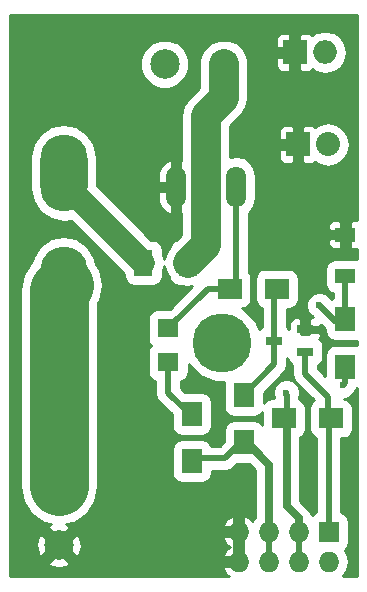
<source format=gtl>
G04 #@! TF.FileFunction,Copper,L1,Top,Signal*
%FSLAX46Y46*%
G04 Gerber Fmt 4.6, Leading zero omitted, Abs format (unit mm)*
G04 Created by KiCad (PCBNEW 4.0.1-stable) date 07.03.2016 23:08:01*
%MOMM*%
G01*
G04 APERTURE LIST*
%ADD10C,0.100000*%
%ADD11C,0.600000*%
%ADD12R,1.800860X1.597660*%
%ADD13R,1.600200X2.199640*%
%ADD14O,4.000000X6.500000*%
%ADD15C,2.500000*%
%ADD16O,1.998980X1.998980*%
%ADD17R,1.998980X1.998980*%
%ADD18R,2.032000X2.032000*%
%ADD19O,2.032000X2.032000*%
%ADD20O,1.699260X3.500120*%
%ADD21R,1.699260X1.249680*%
%ADD22R,1.700000X2.000000*%
%ADD23R,2.000000X1.700000*%
%ADD24C,5.000000*%
%ADD25R,1.400000X0.800100*%
%ADD26R,1.727200X1.727200*%
%ADD27O,1.727200X1.727200*%
%ADD28C,0.500000*%
%ADD29C,2.000000*%
%ADD30C,2.500000*%
%ADD31C,5.000000*%
%ADD32C,0.635000*%
%ADD33C,0.250000*%
%ADD34C,0.254000*%
G04 APERTURE END LIST*
D10*
D11*
X138400000Y-145000000D03*
X141500000Y-143800000D03*
X130300000Y-151600000D03*
X128800000Y-151600000D03*
X127300000Y-151600000D03*
X130300000Y-150100000D03*
X128800000Y-150100000D03*
X127300000Y-150100000D03*
X130300000Y-148600000D03*
X128800000Y-148600000D03*
X127300000Y-148600000D03*
X130300000Y-147100000D03*
X128800000Y-147100000D03*
X127300000Y-147100000D03*
X137300000Y-124600000D03*
X138300000Y-122100000D03*
X137900000Y-120400000D03*
X117800000Y-111100000D03*
X116300000Y-111100000D03*
X114800000Y-111100000D03*
X117800000Y-109600000D03*
X116300000Y-109600000D03*
X114800000Y-109600000D03*
X117800000Y-108100000D03*
X116300000Y-108100000D03*
X114800000Y-108100000D03*
X134300000Y-114600000D03*
X134300000Y-113100000D03*
X134300000Y-111600000D03*
X125800000Y-151600000D03*
X124300000Y-151600000D03*
X122800000Y-151600000D03*
X125800000Y-150100000D03*
X124300000Y-150100000D03*
X122800000Y-150100000D03*
X125800000Y-148600000D03*
X124300000Y-148600000D03*
X122800000Y-148600000D03*
X125800000Y-147100000D03*
X124300000Y-147100000D03*
X122800000Y-147100000D03*
X125800000Y-145600000D03*
X124300000Y-145600000D03*
X122800000Y-145600000D03*
X125800000Y-144100000D03*
X124300000Y-144100000D03*
X122800000Y-144100000D03*
X125800000Y-142600000D03*
X124300000Y-142600000D03*
X122800000Y-142600000D03*
X125800000Y-141100000D03*
X124300000Y-141100000D03*
D12*
X126400000Y-135619860D03*
X126400000Y-132780140D03*
D13*
X124300080Y-127200000D03*
X128099920Y-127200000D03*
D14*
X117550000Y-129100000D03*
X117550000Y-119600000D03*
D15*
X117150000Y-146150000D03*
X117150000Y-151150000D03*
D16*
X139670000Y-109400000D03*
D17*
X137130000Y-109400000D03*
D18*
X137400000Y-117200000D03*
D19*
X139940000Y-117200000D03*
D15*
X131100000Y-110400000D03*
X126100000Y-110400000D03*
D20*
X129600000Y-120800000D03*
X132140000Y-120800000D03*
X127060000Y-120800000D03*
D21*
X141400000Y-128375460D03*
X141400000Y-124824540D03*
D22*
X141400000Y-132000000D03*
X141400000Y-136000000D03*
D23*
X140200000Y-140400000D03*
X136200000Y-140400000D03*
D22*
X132800000Y-138400000D03*
X132800000Y-142400000D03*
D23*
X135600000Y-129400000D03*
X131600000Y-129400000D03*
D22*
X128400000Y-140000000D03*
X128400000Y-144000000D03*
D24*
X131000000Y-134000000D03*
D25*
X138000000Y-134750000D03*
X138000000Y-132850000D03*
X135400000Y-133800000D03*
D11*
X122800000Y-141100000D03*
D26*
X140000000Y-150000000D03*
D27*
X140000000Y-152540000D03*
X137460000Y-150000000D03*
X137460000Y-152540000D03*
X134920000Y-150000000D03*
X134920000Y-152540000D03*
X132380000Y-150000000D03*
X132380000Y-152540000D03*
D11*
X139200000Y-130800000D03*
X141200000Y-137600000D03*
X136400000Y-138200000D03*
D28*
X141400000Y-132224540D02*
X141400000Y-128375460D01*
X139200000Y-130800000D02*
X140624540Y-132224540D01*
X140624540Y-132224540D02*
X141400000Y-132224540D01*
X126400000Y-135619860D02*
X126400000Y-138224540D01*
X126400000Y-138224540D02*
X128400000Y-140224540D01*
X131600000Y-129400000D02*
X129780140Y-129400000D01*
X129780140Y-129400000D02*
X126400000Y-132780140D01*
X131600000Y-129400000D02*
X132140000Y-128860000D01*
X132140000Y-128860000D02*
X132140000Y-120800000D01*
D29*
X124300080Y-127200000D02*
X117550000Y-120449920D01*
X117550000Y-120449920D02*
X117550000Y-119600000D01*
D30*
X129600000Y-120800000D02*
X129600000Y-114750000D01*
X129600000Y-114750000D02*
X131100000Y-113250000D01*
X131100000Y-113250000D02*
X131100000Y-110400000D01*
X128099920Y-127200000D02*
X129600000Y-125699920D01*
X129600000Y-125699920D02*
X129600000Y-120800000D01*
D31*
X117150000Y-146150000D02*
X117150000Y-129500000D01*
X117150000Y-129500000D02*
X117550000Y-129100000D01*
D28*
X134920000Y-152540000D02*
X134920000Y-150000000D01*
X128400000Y-143775460D02*
X131200000Y-143775460D01*
X131200000Y-143775460D02*
X132800000Y-142175460D01*
D32*
X134920000Y-150000000D02*
X134920000Y-144295460D01*
X134920000Y-144295460D02*
X132800000Y-142175460D01*
D33*
X134920000Y-150000000D02*
X134800000Y-149880000D01*
D28*
X137460000Y-152540000D02*
X137460000Y-150000000D01*
X136424540Y-140400000D02*
X136424540Y-138424540D01*
X141400000Y-137400000D02*
X141400000Y-135775460D01*
X141200000Y-137600000D02*
X141400000Y-137400000D01*
X136400000Y-138400000D02*
X136400000Y-138200000D01*
X136424540Y-138424540D02*
X136400000Y-138400000D01*
D32*
X136424540Y-140400000D02*
X136424540Y-147824540D01*
X137460000Y-148860000D02*
X137460000Y-150000000D01*
X136424540Y-147824540D02*
X137460000Y-148860000D01*
D33*
X137460000Y-152540000D02*
X137460000Y-152460000D01*
D28*
X138000000Y-136600000D02*
X138000000Y-134750000D01*
X139975460Y-138575460D02*
X138000000Y-136600000D01*
X139975460Y-140400000D02*
X139975460Y-138575460D01*
X140000000Y-150000000D02*
X140000000Y-140424540D01*
X140000000Y-140424540D02*
X139975460Y-140400000D01*
D32*
X140000000Y-140424540D02*
X139975460Y-140400000D01*
D33*
X140000000Y-140424540D02*
X139975460Y-140400000D01*
D28*
X135401780Y-133800000D02*
X135401780Y-135798220D01*
X135401780Y-135798220D02*
X132800000Y-138400000D01*
X135401780Y-133800000D02*
X135401780Y-129598220D01*
X135401780Y-129598220D02*
X135600000Y-129400000D01*
X135401780Y-129426320D02*
X135375460Y-129400000D01*
D34*
G36*
X142368000Y-153768000D02*
X141195807Y-153768000D01*
X141561911Y-153220086D01*
X141690600Y-152573121D01*
X141690600Y-152506879D01*
X141561911Y-151859914D01*
X141345601Y-151536183D01*
X141451539Y-151468013D01*
X141640369Y-151191652D01*
X141706801Y-150863600D01*
X141706801Y-149136400D01*
X141649135Y-148829932D01*
X141468013Y-148548461D01*
X141191652Y-148359631D01*
X141077000Y-148336413D01*
X141077000Y-142093201D01*
X141200000Y-142093201D01*
X141506468Y-142035535D01*
X141787939Y-141854413D01*
X141976769Y-141578052D01*
X142043201Y-141250000D01*
X142043201Y-139550000D01*
X141985535Y-139243532D01*
X141804413Y-138962061D01*
X141528052Y-138773231D01*
X141300189Y-138727088D01*
X141423191Y-138727195D01*
X141837560Y-138555981D01*
X142154867Y-138239228D01*
X142229090Y-138060479D01*
X142368000Y-137852585D01*
X142368000Y-153768000D01*
X142368000Y-153768000D01*
G37*
X142368000Y-153768000D02*
X141195807Y-153768000D01*
X141561911Y-153220086D01*
X141690600Y-152573121D01*
X141690600Y-152506879D01*
X141561911Y-151859914D01*
X141345601Y-151536183D01*
X141451539Y-151468013D01*
X141640369Y-151191652D01*
X141706801Y-150863600D01*
X141706801Y-149136400D01*
X141649135Y-148829932D01*
X141468013Y-148548461D01*
X141191652Y-148359631D01*
X141077000Y-148336413D01*
X141077000Y-142093201D01*
X141200000Y-142093201D01*
X141506468Y-142035535D01*
X141787939Y-141854413D01*
X141976769Y-141578052D01*
X142043201Y-141250000D01*
X142043201Y-139550000D01*
X141985535Y-139243532D01*
X141804413Y-138962061D01*
X141528052Y-138773231D01*
X141300189Y-138727088D01*
X141423191Y-138727195D01*
X141837560Y-138555981D01*
X142154867Y-138239228D01*
X142229090Y-138060479D01*
X142368000Y-137852585D01*
X142368000Y-153768000D01*
G36*
X142368000Y-123564700D02*
X141931750Y-123564700D01*
X141773000Y-123723450D01*
X141773000Y-124512120D01*
X141793000Y-124512120D01*
X141793000Y-125136960D01*
X141773000Y-125136960D01*
X141773000Y-125925630D01*
X141931750Y-126084380D01*
X142368000Y-126084380D01*
X142368000Y-126931389D01*
X142249630Y-126907419D01*
X140550370Y-126907419D01*
X140243902Y-126965085D01*
X139962431Y-127146207D01*
X139773601Y-127422568D01*
X139707169Y-127750620D01*
X139707169Y-129000300D01*
X139764835Y-129306768D01*
X139945957Y-129588239D01*
X140222318Y-129777069D01*
X140323000Y-129797458D01*
X140323000Y-130199512D01*
X140243532Y-130214465D01*
X140191351Y-130248042D01*
X140155981Y-130162440D01*
X139839228Y-129845133D01*
X139425158Y-129673196D01*
X138976809Y-129672805D01*
X138562440Y-129844019D01*
X138245133Y-130160772D01*
X138073196Y-130574842D01*
X138072805Y-131023191D01*
X138244019Y-131437560D01*
X138560772Y-131754867D01*
X138682166Y-131805274D01*
X138691842Y-131814950D01*
X138508750Y-131814950D01*
X138350000Y-131973700D01*
X138350000Y-132649975D01*
X139176250Y-132649975D01*
X139335000Y-132491225D01*
X139335000Y-132458108D01*
X139706799Y-132829907D01*
X139706799Y-133000000D01*
X139764465Y-133306468D01*
X139945587Y-133587939D01*
X140221948Y-133776769D01*
X140550000Y-133843201D01*
X142250000Y-133843201D01*
X142368000Y-133820998D01*
X142368000Y-134180695D01*
X142250000Y-134156799D01*
X140550000Y-134156799D01*
X140243532Y-134214465D01*
X139962061Y-134395587D01*
X139773231Y-134671948D01*
X139706799Y-135000000D01*
X139706799Y-136783691D01*
X139077000Y-136153892D01*
X139077000Y-135890199D01*
X139287939Y-135754463D01*
X139476769Y-135478102D01*
X139543201Y-135150050D01*
X139543201Y-134349950D01*
X139485535Y-134043482D01*
X139304413Y-133762011D01*
X139174696Y-133673379D01*
X139238327Y-133609748D01*
X139335000Y-133376359D01*
X139335000Y-133208775D01*
X139176250Y-133050025D01*
X138350000Y-133050025D01*
X138350000Y-133243000D01*
X137650000Y-133243000D01*
X137650000Y-133050025D01*
X137607000Y-133050025D01*
X137607000Y-132649975D01*
X137650000Y-132649975D01*
X137650000Y-131973700D01*
X137491250Y-131814950D01*
X137173690Y-131814950D01*
X136940301Y-131911623D01*
X136761673Y-132090252D01*
X136665000Y-132323641D01*
X136665000Y-132785081D01*
X136478780Y-132657842D01*
X136478780Y-131093201D01*
X136600000Y-131093201D01*
X136906468Y-131035535D01*
X137187939Y-130854413D01*
X137376769Y-130578052D01*
X137443201Y-130250000D01*
X137443201Y-128550000D01*
X137385535Y-128243532D01*
X137204413Y-127962061D01*
X136928052Y-127773231D01*
X136600000Y-127706799D01*
X134600000Y-127706799D01*
X134293532Y-127764465D01*
X134012061Y-127945587D01*
X133823231Y-128221948D01*
X133756799Y-128550000D01*
X133756799Y-130250000D01*
X133814465Y-130556468D01*
X133995587Y-130837939D01*
X134271948Y-131026769D01*
X134324780Y-131037468D01*
X134324780Y-132658656D01*
X134112061Y-132795537D01*
X134105882Y-132804581D01*
X133822138Y-132117868D01*
X132887055Y-131181151D01*
X132651783Y-131083457D01*
X132906468Y-131035535D01*
X133187939Y-130854413D01*
X133376769Y-130578052D01*
X133443201Y-130250000D01*
X133443201Y-128550000D01*
X133385535Y-128243532D01*
X133217000Y-127981622D01*
X133217000Y-125295710D01*
X139915370Y-125295710D01*
X139915370Y-125575689D01*
X140012043Y-125809078D01*
X140190671Y-125987707D01*
X140424060Y-126084380D01*
X140868250Y-126084380D01*
X141027000Y-125925630D01*
X141027000Y-125136960D01*
X140074120Y-125136960D01*
X139915370Y-125295710D01*
X133217000Y-125295710D01*
X133217000Y-124073391D01*
X139915370Y-124073391D01*
X139915370Y-124353370D01*
X140074120Y-124512120D01*
X141027000Y-124512120D01*
X141027000Y-123723450D01*
X140868250Y-123564700D01*
X140424060Y-123564700D01*
X140190671Y-123661373D01*
X140012043Y-123840002D01*
X139915370Y-124073391D01*
X133217000Y-124073391D01*
X133217000Y-123009009D01*
X133325556Y-122936474D01*
X133689004Y-122392537D01*
X133816630Y-121750918D01*
X133816630Y-119849082D01*
X133689004Y-119207463D01*
X133325556Y-118663526D01*
X132781619Y-118300078D01*
X132140000Y-118172452D01*
X131677000Y-118264548D01*
X131677000Y-117731750D01*
X135749000Y-117731750D01*
X135749000Y-118342309D01*
X135845673Y-118575698D01*
X136024301Y-118754327D01*
X136257690Y-118851000D01*
X136868250Y-118851000D01*
X137027000Y-118692250D01*
X137027000Y-117573000D01*
X135907750Y-117573000D01*
X135749000Y-117731750D01*
X131677000Y-117731750D01*
X131677000Y-116057691D01*
X135749000Y-116057691D01*
X135749000Y-116668250D01*
X135907750Y-116827000D01*
X137027000Y-116827000D01*
X137027000Y-115707750D01*
X137773000Y-115707750D01*
X137773000Y-116827000D01*
X137793000Y-116827000D01*
X137793000Y-117573000D01*
X137773000Y-117573000D01*
X137773000Y-118692250D01*
X137931750Y-118851000D01*
X138542310Y-118851000D01*
X138775699Y-118754327D01*
X138848961Y-118681065D01*
X139234714Y-118938817D01*
X139940000Y-119079107D01*
X140645286Y-118938817D01*
X141243198Y-118539305D01*
X141642710Y-117941393D01*
X141783000Y-117236107D01*
X141783000Y-117163893D01*
X141642710Y-116458607D01*
X141243198Y-115860695D01*
X140645286Y-115461183D01*
X139940000Y-115320893D01*
X139234714Y-115461183D01*
X138848961Y-115718935D01*
X138775699Y-115645673D01*
X138542310Y-115549000D01*
X137931750Y-115549000D01*
X137773000Y-115707750D01*
X137027000Y-115707750D01*
X136868250Y-115549000D01*
X136257690Y-115549000D01*
X136024301Y-115645673D01*
X135845673Y-115824302D01*
X135749000Y-116057691D01*
X131677000Y-116057691D01*
X131677000Y-115610322D01*
X132568661Y-114718661D01*
X133018897Y-114044834D01*
X133018898Y-114044833D01*
X133177000Y-113250000D01*
X133177000Y-110401239D01*
X133177360Y-109988672D01*
X133153841Y-109931750D01*
X135495510Y-109931750D01*
X135495510Y-110525800D01*
X135592183Y-110759189D01*
X135770812Y-110937817D01*
X136004201Y-111034490D01*
X136598250Y-111034490D01*
X136757000Y-110875740D01*
X136757000Y-109773000D01*
X135654260Y-109773000D01*
X135495510Y-109931750D01*
X133153841Y-109931750D01*
X132861822Y-109225011D01*
X132278062Y-108640232D01*
X131514953Y-108323361D01*
X130688672Y-108322640D01*
X129925011Y-108638178D01*
X129340232Y-109221938D01*
X129023361Y-109985047D01*
X129022640Y-110811328D01*
X129023000Y-110812199D01*
X129023000Y-112389678D01*
X128131339Y-113281339D01*
X127681102Y-113955166D01*
X127681102Y-113955167D01*
X127523000Y-114750000D01*
X127523000Y-118591012D01*
X127433000Y-118627238D01*
X127433000Y-120427000D01*
X127453000Y-120427000D01*
X127453000Y-121173000D01*
X127433000Y-121173000D01*
X127433000Y-122972762D01*
X127523000Y-123008988D01*
X127523000Y-124839599D01*
X127060608Y-125301990D01*
X126993352Y-125314645D01*
X126711881Y-125495767D01*
X126523051Y-125772128D01*
X126487847Y-125945970D01*
X126181022Y-126405166D01*
X126075000Y-126938176D01*
X125988008Y-126500838D01*
X125943381Y-126434049D01*
X125943381Y-126100180D01*
X125885715Y-125793712D01*
X125704593Y-125512241D01*
X125428232Y-125323411D01*
X125100180Y-125256979D01*
X124940827Y-125256979D01*
X120856848Y-121173000D01*
X125575370Y-121173000D01*
X125575370Y-122073430D01*
X125831122Y-122613180D01*
X126273959Y-123013972D01*
X126466794Y-123061398D01*
X126687000Y-122972762D01*
X126687000Y-121173000D01*
X125575370Y-121173000D01*
X120856848Y-121173000D01*
X120377000Y-120693152D01*
X120377000Y-119526570D01*
X125575370Y-119526570D01*
X125575370Y-120427000D01*
X126687000Y-120427000D01*
X126687000Y-118627238D01*
X126466794Y-118538602D01*
X126273959Y-118586028D01*
X125831122Y-118986820D01*
X125575370Y-119526570D01*
X120377000Y-119526570D01*
X120377000Y-118270127D01*
X120161807Y-117188281D01*
X119548991Y-116271136D01*
X118631846Y-115658320D01*
X117550000Y-115443127D01*
X116468154Y-115658320D01*
X115551009Y-116271136D01*
X114938193Y-117188281D01*
X114723000Y-118270127D01*
X114723000Y-120929873D01*
X114938193Y-122011719D01*
X115551009Y-122928864D01*
X116468154Y-123541680D01*
X117550000Y-123756873D01*
X118153201Y-123636889D01*
X122656779Y-128140467D01*
X122656779Y-128299820D01*
X122714445Y-128606288D01*
X122895567Y-128887759D01*
X123171928Y-129076589D01*
X123499980Y-129143021D01*
X125100180Y-129143021D01*
X125406648Y-129085355D01*
X125688119Y-128904233D01*
X125876949Y-128627872D01*
X125943381Y-128299820D01*
X125943381Y-127965952D01*
X125988008Y-127899163D01*
X126075000Y-127461824D01*
X126181022Y-127994834D01*
X126484769Y-128449423D01*
X126514285Y-128606288D01*
X126695407Y-128887759D01*
X126971768Y-129076589D01*
X127299820Y-129143021D01*
X127426361Y-129143021D01*
X128099920Y-129277000D01*
X128449584Y-129207448D01*
X126518923Y-131138109D01*
X125499570Y-131138109D01*
X125193102Y-131195775D01*
X124911631Y-131376897D01*
X124722801Y-131653258D01*
X124656369Y-131981310D01*
X124656369Y-133578970D01*
X124714035Y-133885438D01*
X124895157Y-134166909D01*
X124940613Y-134197968D01*
X124911631Y-134216617D01*
X124722801Y-134492978D01*
X124656369Y-134821030D01*
X124656369Y-136418690D01*
X124714035Y-136725158D01*
X124895157Y-137006629D01*
X125171518Y-137195459D01*
X125323000Y-137226135D01*
X125323000Y-138224540D01*
X125404982Y-138636690D01*
X125638446Y-138986094D01*
X126706799Y-140054447D01*
X126706799Y-141000000D01*
X126764465Y-141306468D01*
X126945587Y-141587939D01*
X127221948Y-141776769D01*
X127550000Y-141843201D01*
X129250000Y-141843201D01*
X129556468Y-141785535D01*
X129837939Y-141604413D01*
X130026769Y-141328052D01*
X130093201Y-141000000D01*
X130093201Y-139000000D01*
X130035535Y-138693532D01*
X129854413Y-138412061D01*
X129578052Y-138223231D01*
X129250000Y-138156799D01*
X127855367Y-138156799D01*
X127477000Y-137778432D01*
X127477000Y-137228667D01*
X127606898Y-137204225D01*
X127888369Y-137023103D01*
X128077199Y-136746742D01*
X128143631Y-136418690D01*
X128143631Y-135799287D01*
X128177862Y-135882132D01*
X129112945Y-136818849D01*
X130335315Y-137326421D01*
X131121560Y-137327107D01*
X131106799Y-137400000D01*
X131106799Y-139400000D01*
X131164465Y-139706468D01*
X131345587Y-139987939D01*
X131621948Y-140176769D01*
X131950000Y-140243201D01*
X133650000Y-140243201D01*
X133956468Y-140185535D01*
X134237939Y-140004413D01*
X134356799Y-139830456D01*
X134356799Y-140971173D01*
X134254413Y-140812061D01*
X133978052Y-140623231D01*
X133650000Y-140556799D01*
X131950000Y-140556799D01*
X131643532Y-140614465D01*
X131362061Y-140795587D01*
X131173231Y-141071948D01*
X131106799Y-141400000D01*
X131106799Y-142345553D01*
X130753892Y-142698460D01*
X130036462Y-142698460D01*
X130035535Y-142693532D01*
X129854413Y-142412061D01*
X129578052Y-142223231D01*
X129250000Y-142156799D01*
X127550000Y-142156799D01*
X127243532Y-142214465D01*
X126962061Y-142395587D01*
X126773231Y-142671948D01*
X126706799Y-143000000D01*
X126706799Y-145000000D01*
X126764465Y-145306468D01*
X126945587Y-145587939D01*
X127221948Y-145776769D01*
X127550000Y-145843201D01*
X129250000Y-145843201D01*
X129556468Y-145785535D01*
X129837939Y-145604413D01*
X130026769Y-145328052D01*
X130093201Y-145000000D01*
X130093201Y-144852460D01*
X131200000Y-144852460D01*
X131612150Y-144770478D01*
X131961554Y-144537014D01*
X132255367Y-144243201D01*
X133249173Y-144243201D01*
X133775500Y-144769528D01*
X133775500Y-148737410D01*
X133724565Y-148771444D01*
X133524514Y-149070841D01*
X133422687Y-148923576D01*
X132975463Y-148624782D01*
X132753000Y-148713117D01*
X132753000Y-149627000D01*
X132773000Y-149627000D01*
X132773000Y-150373000D01*
X132753000Y-150373000D01*
X132753000Y-152167000D01*
X132773000Y-152167000D01*
X132773000Y-152913000D01*
X132753000Y-152913000D01*
X132753000Y-152933000D01*
X132007000Y-152933000D01*
X132007000Y-152913000D01*
X131087283Y-152913000D01*
X131004753Y-153135467D01*
X131337313Y-153616424D01*
X131564186Y-153768000D01*
X113032000Y-153768000D01*
X113032000Y-152632289D01*
X116195213Y-152632289D01*
X116343561Y-152894553D01*
X117072559Y-153070368D01*
X117813347Y-152953824D01*
X117956439Y-152894553D01*
X118104787Y-152632289D01*
X117150000Y-151677502D01*
X116195213Y-152632289D01*
X113032000Y-152632289D01*
X113032000Y-151072559D01*
X115229632Y-151072559D01*
X115346176Y-151813347D01*
X115405447Y-151956439D01*
X115667711Y-152104787D01*
X116622498Y-151150000D01*
X117677502Y-151150000D01*
X118632289Y-152104787D01*
X118894553Y-151956439D01*
X119070368Y-151227441D01*
X118970944Y-150595467D01*
X131004753Y-150595467D01*
X131337313Y-151076424D01*
X131627051Y-151270000D01*
X131337313Y-151463576D01*
X131004753Y-151944533D01*
X131087283Y-152167000D01*
X132007000Y-152167000D01*
X132007000Y-150373000D01*
X131087283Y-150373000D01*
X131004753Y-150595467D01*
X118970944Y-150595467D01*
X118953824Y-150486653D01*
X118894553Y-150343561D01*
X118632289Y-150195213D01*
X117677502Y-151150000D01*
X116622498Y-151150000D01*
X115667711Y-150195213D01*
X115405447Y-150343561D01*
X115229632Y-151072559D01*
X113032000Y-151072559D01*
X113032000Y-129500000D01*
X113823000Y-129500000D01*
X113823000Y-146150000D01*
X114076253Y-147423188D01*
X114797456Y-148502544D01*
X115876812Y-149223747D01*
X116489808Y-149345680D01*
X116486653Y-149346176D01*
X116343561Y-149405447D01*
X116195213Y-149667711D01*
X117150000Y-150622498D01*
X118104787Y-149667711D01*
X117956439Y-149405447D01*
X117952650Y-149404533D01*
X131004753Y-149404533D01*
X131087283Y-149627000D01*
X132007000Y-149627000D01*
X132007000Y-148713117D01*
X131784537Y-148624782D01*
X131337313Y-148923576D01*
X131004753Y-149404533D01*
X117952650Y-149404533D01*
X117754529Y-149356752D01*
X118423188Y-149223747D01*
X119502544Y-148502544D01*
X120223747Y-147423188D01*
X120477000Y-146150000D01*
X120477000Y-130592810D01*
X120623747Y-130373188D01*
X120876999Y-129100000D01*
X120623747Y-127826813D01*
X120288464Y-127325026D01*
X120161807Y-126688281D01*
X119548991Y-125771136D01*
X118631846Y-125158320D01*
X117550000Y-124943127D01*
X116468154Y-125158320D01*
X115551009Y-125771136D01*
X114938193Y-126688281D01*
X114859124Y-127085788D01*
X114797456Y-127147456D01*
X114076253Y-128226812D01*
X113823000Y-129500000D01*
X113032000Y-129500000D01*
X113032000Y-110811328D01*
X124022640Y-110811328D01*
X124338178Y-111574989D01*
X124921938Y-112159768D01*
X125685047Y-112476639D01*
X126511328Y-112477360D01*
X127274989Y-112161822D01*
X127859768Y-111578062D01*
X128176639Y-110814953D01*
X128177360Y-109988672D01*
X127861822Y-109225011D01*
X127278062Y-108640232D01*
X126514953Y-108323361D01*
X125688672Y-108322640D01*
X124925011Y-108638178D01*
X124340232Y-109221938D01*
X124023361Y-109985047D01*
X124022640Y-110811328D01*
X113032000Y-110811328D01*
X113032000Y-108274200D01*
X135495510Y-108274200D01*
X135495510Y-108868250D01*
X135654260Y-109027000D01*
X136757000Y-109027000D01*
X136757000Y-107924260D01*
X137503000Y-107924260D01*
X137503000Y-109027000D01*
X137523000Y-109027000D01*
X137523000Y-109773000D01*
X137503000Y-109773000D01*
X137503000Y-110875740D01*
X137661750Y-111034490D01*
X138255799Y-111034490D01*
X138489188Y-110937817D01*
X138578153Y-110848852D01*
X138935250Y-111087457D01*
X139634217Y-111226490D01*
X139705783Y-111226490D01*
X140404750Y-111087457D01*
X140997306Y-110691523D01*
X141393240Y-110098967D01*
X141532273Y-109400000D01*
X141393240Y-108701033D01*
X140997306Y-108108477D01*
X140404750Y-107712543D01*
X139705783Y-107573510D01*
X139634217Y-107573510D01*
X138935250Y-107712543D01*
X138578153Y-107951148D01*
X138489188Y-107862183D01*
X138255799Y-107765510D01*
X137661750Y-107765510D01*
X137503000Y-107924260D01*
X136757000Y-107924260D01*
X136598250Y-107765510D01*
X136004201Y-107765510D01*
X135770812Y-107862183D01*
X135592183Y-108040811D01*
X135495510Y-108274200D01*
X113032000Y-108274200D01*
X113032000Y-106232000D01*
X142368000Y-106232000D01*
X142368000Y-123564700D01*
X142368000Y-123564700D01*
G37*
X142368000Y-123564700D02*
X141931750Y-123564700D01*
X141773000Y-123723450D01*
X141773000Y-124512120D01*
X141793000Y-124512120D01*
X141793000Y-125136960D01*
X141773000Y-125136960D01*
X141773000Y-125925630D01*
X141931750Y-126084380D01*
X142368000Y-126084380D01*
X142368000Y-126931389D01*
X142249630Y-126907419D01*
X140550370Y-126907419D01*
X140243902Y-126965085D01*
X139962431Y-127146207D01*
X139773601Y-127422568D01*
X139707169Y-127750620D01*
X139707169Y-129000300D01*
X139764835Y-129306768D01*
X139945957Y-129588239D01*
X140222318Y-129777069D01*
X140323000Y-129797458D01*
X140323000Y-130199512D01*
X140243532Y-130214465D01*
X140191351Y-130248042D01*
X140155981Y-130162440D01*
X139839228Y-129845133D01*
X139425158Y-129673196D01*
X138976809Y-129672805D01*
X138562440Y-129844019D01*
X138245133Y-130160772D01*
X138073196Y-130574842D01*
X138072805Y-131023191D01*
X138244019Y-131437560D01*
X138560772Y-131754867D01*
X138682166Y-131805274D01*
X138691842Y-131814950D01*
X138508750Y-131814950D01*
X138350000Y-131973700D01*
X138350000Y-132649975D01*
X139176250Y-132649975D01*
X139335000Y-132491225D01*
X139335000Y-132458108D01*
X139706799Y-132829907D01*
X139706799Y-133000000D01*
X139764465Y-133306468D01*
X139945587Y-133587939D01*
X140221948Y-133776769D01*
X140550000Y-133843201D01*
X142250000Y-133843201D01*
X142368000Y-133820998D01*
X142368000Y-134180695D01*
X142250000Y-134156799D01*
X140550000Y-134156799D01*
X140243532Y-134214465D01*
X139962061Y-134395587D01*
X139773231Y-134671948D01*
X139706799Y-135000000D01*
X139706799Y-136783691D01*
X139077000Y-136153892D01*
X139077000Y-135890199D01*
X139287939Y-135754463D01*
X139476769Y-135478102D01*
X139543201Y-135150050D01*
X139543201Y-134349950D01*
X139485535Y-134043482D01*
X139304413Y-133762011D01*
X139174696Y-133673379D01*
X139238327Y-133609748D01*
X139335000Y-133376359D01*
X139335000Y-133208775D01*
X139176250Y-133050025D01*
X138350000Y-133050025D01*
X138350000Y-133243000D01*
X137650000Y-133243000D01*
X137650000Y-133050025D01*
X137607000Y-133050025D01*
X137607000Y-132649975D01*
X137650000Y-132649975D01*
X137650000Y-131973700D01*
X137491250Y-131814950D01*
X137173690Y-131814950D01*
X136940301Y-131911623D01*
X136761673Y-132090252D01*
X136665000Y-132323641D01*
X136665000Y-132785081D01*
X136478780Y-132657842D01*
X136478780Y-131093201D01*
X136600000Y-131093201D01*
X136906468Y-131035535D01*
X137187939Y-130854413D01*
X137376769Y-130578052D01*
X137443201Y-130250000D01*
X137443201Y-128550000D01*
X137385535Y-128243532D01*
X137204413Y-127962061D01*
X136928052Y-127773231D01*
X136600000Y-127706799D01*
X134600000Y-127706799D01*
X134293532Y-127764465D01*
X134012061Y-127945587D01*
X133823231Y-128221948D01*
X133756799Y-128550000D01*
X133756799Y-130250000D01*
X133814465Y-130556468D01*
X133995587Y-130837939D01*
X134271948Y-131026769D01*
X134324780Y-131037468D01*
X134324780Y-132658656D01*
X134112061Y-132795537D01*
X134105882Y-132804581D01*
X133822138Y-132117868D01*
X132887055Y-131181151D01*
X132651783Y-131083457D01*
X132906468Y-131035535D01*
X133187939Y-130854413D01*
X133376769Y-130578052D01*
X133443201Y-130250000D01*
X133443201Y-128550000D01*
X133385535Y-128243532D01*
X133217000Y-127981622D01*
X133217000Y-125295710D01*
X139915370Y-125295710D01*
X139915370Y-125575689D01*
X140012043Y-125809078D01*
X140190671Y-125987707D01*
X140424060Y-126084380D01*
X140868250Y-126084380D01*
X141027000Y-125925630D01*
X141027000Y-125136960D01*
X140074120Y-125136960D01*
X139915370Y-125295710D01*
X133217000Y-125295710D01*
X133217000Y-124073391D01*
X139915370Y-124073391D01*
X139915370Y-124353370D01*
X140074120Y-124512120D01*
X141027000Y-124512120D01*
X141027000Y-123723450D01*
X140868250Y-123564700D01*
X140424060Y-123564700D01*
X140190671Y-123661373D01*
X140012043Y-123840002D01*
X139915370Y-124073391D01*
X133217000Y-124073391D01*
X133217000Y-123009009D01*
X133325556Y-122936474D01*
X133689004Y-122392537D01*
X133816630Y-121750918D01*
X133816630Y-119849082D01*
X133689004Y-119207463D01*
X133325556Y-118663526D01*
X132781619Y-118300078D01*
X132140000Y-118172452D01*
X131677000Y-118264548D01*
X131677000Y-117731750D01*
X135749000Y-117731750D01*
X135749000Y-118342309D01*
X135845673Y-118575698D01*
X136024301Y-118754327D01*
X136257690Y-118851000D01*
X136868250Y-118851000D01*
X137027000Y-118692250D01*
X137027000Y-117573000D01*
X135907750Y-117573000D01*
X135749000Y-117731750D01*
X131677000Y-117731750D01*
X131677000Y-116057691D01*
X135749000Y-116057691D01*
X135749000Y-116668250D01*
X135907750Y-116827000D01*
X137027000Y-116827000D01*
X137027000Y-115707750D01*
X137773000Y-115707750D01*
X137773000Y-116827000D01*
X137793000Y-116827000D01*
X137793000Y-117573000D01*
X137773000Y-117573000D01*
X137773000Y-118692250D01*
X137931750Y-118851000D01*
X138542310Y-118851000D01*
X138775699Y-118754327D01*
X138848961Y-118681065D01*
X139234714Y-118938817D01*
X139940000Y-119079107D01*
X140645286Y-118938817D01*
X141243198Y-118539305D01*
X141642710Y-117941393D01*
X141783000Y-117236107D01*
X141783000Y-117163893D01*
X141642710Y-116458607D01*
X141243198Y-115860695D01*
X140645286Y-115461183D01*
X139940000Y-115320893D01*
X139234714Y-115461183D01*
X138848961Y-115718935D01*
X138775699Y-115645673D01*
X138542310Y-115549000D01*
X137931750Y-115549000D01*
X137773000Y-115707750D01*
X137027000Y-115707750D01*
X136868250Y-115549000D01*
X136257690Y-115549000D01*
X136024301Y-115645673D01*
X135845673Y-115824302D01*
X135749000Y-116057691D01*
X131677000Y-116057691D01*
X131677000Y-115610322D01*
X132568661Y-114718661D01*
X133018897Y-114044834D01*
X133018898Y-114044833D01*
X133177000Y-113250000D01*
X133177000Y-110401239D01*
X133177360Y-109988672D01*
X133153841Y-109931750D01*
X135495510Y-109931750D01*
X135495510Y-110525800D01*
X135592183Y-110759189D01*
X135770812Y-110937817D01*
X136004201Y-111034490D01*
X136598250Y-111034490D01*
X136757000Y-110875740D01*
X136757000Y-109773000D01*
X135654260Y-109773000D01*
X135495510Y-109931750D01*
X133153841Y-109931750D01*
X132861822Y-109225011D01*
X132278062Y-108640232D01*
X131514953Y-108323361D01*
X130688672Y-108322640D01*
X129925011Y-108638178D01*
X129340232Y-109221938D01*
X129023361Y-109985047D01*
X129022640Y-110811328D01*
X129023000Y-110812199D01*
X129023000Y-112389678D01*
X128131339Y-113281339D01*
X127681102Y-113955166D01*
X127681102Y-113955167D01*
X127523000Y-114750000D01*
X127523000Y-118591012D01*
X127433000Y-118627238D01*
X127433000Y-120427000D01*
X127453000Y-120427000D01*
X127453000Y-121173000D01*
X127433000Y-121173000D01*
X127433000Y-122972762D01*
X127523000Y-123008988D01*
X127523000Y-124839599D01*
X127060608Y-125301990D01*
X126993352Y-125314645D01*
X126711881Y-125495767D01*
X126523051Y-125772128D01*
X126487847Y-125945970D01*
X126181022Y-126405166D01*
X126075000Y-126938176D01*
X125988008Y-126500838D01*
X125943381Y-126434049D01*
X125943381Y-126100180D01*
X125885715Y-125793712D01*
X125704593Y-125512241D01*
X125428232Y-125323411D01*
X125100180Y-125256979D01*
X124940827Y-125256979D01*
X120856848Y-121173000D01*
X125575370Y-121173000D01*
X125575370Y-122073430D01*
X125831122Y-122613180D01*
X126273959Y-123013972D01*
X126466794Y-123061398D01*
X126687000Y-122972762D01*
X126687000Y-121173000D01*
X125575370Y-121173000D01*
X120856848Y-121173000D01*
X120377000Y-120693152D01*
X120377000Y-119526570D01*
X125575370Y-119526570D01*
X125575370Y-120427000D01*
X126687000Y-120427000D01*
X126687000Y-118627238D01*
X126466794Y-118538602D01*
X126273959Y-118586028D01*
X125831122Y-118986820D01*
X125575370Y-119526570D01*
X120377000Y-119526570D01*
X120377000Y-118270127D01*
X120161807Y-117188281D01*
X119548991Y-116271136D01*
X118631846Y-115658320D01*
X117550000Y-115443127D01*
X116468154Y-115658320D01*
X115551009Y-116271136D01*
X114938193Y-117188281D01*
X114723000Y-118270127D01*
X114723000Y-120929873D01*
X114938193Y-122011719D01*
X115551009Y-122928864D01*
X116468154Y-123541680D01*
X117550000Y-123756873D01*
X118153201Y-123636889D01*
X122656779Y-128140467D01*
X122656779Y-128299820D01*
X122714445Y-128606288D01*
X122895567Y-128887759D01*
X123171928Y-129076589D01*
X123499980Y-129143021D01*
X125100180Y-129143021D01*
X125406648Y-129085355D01*
X125688119Y-128904233D01*
X125876949Y-128627872D01*
X125943381Y-128299820D01*
X125943381Y-127965952D01*
X125988008Y-127899163D01*
X126075000Y-127461824D01*
X126181022Y-127994834D01*
X126484769Y-128449423D01*
X126514285Y-128606288D01*
X126695407Y-128887759D01*
X126971768Y-129076589D01*
X127299820Y-129143021D01*
X127426361Y-129143021D01*
X128099920Y-129277000D01*
X128449584Y-129207448D01*
X126518923Y-131138109D01*
X125499570Y-131138109D01*
X125193102Y-131195775D01*
X124911631Y-131376897D01*
X124722801Y-131653258D01*
X124656369Y-131981310D01*
X124656369Y-133578970D01*
X124714035Y-133885438D01*
X124895157Y-134166909D01*
X124940613Y-134197968D01*
X124911631Y-134216617D01*
X124722801Y-134492978D01*
X124656369Y-134821030D01*
X124656369Y-136418690D01*
X124714035Y-136725158D01*
X124895157Y-137006629D01*
X125171518Y-137195459D01*
X125323000Y-137226135D01*
X125323000Y-138224540D01*
X125404982Y-138636690D01*
X125638446Y-138986094D01*
X126706799Y-140054447D01*
X126706799Y-141000000D01*
X126764465Y-141306468D01*
X126945587Y-141587939D01*
X127221948Y-141776769D01*
X127550000Y-141843201D01*
X129250000Y-141843201D01*
X129556468Y-141785535D01*
X129837939Y-141604413D01*
X130026769Y-141328052D01*
X130093201Y-141000000D01*
X130093201Y-139000000D01*
X130035535Y-138693532D01*
X129854413Y-138412061D01*
X129578052Y-138223231D01*
X129250000Y-138156799D01*
X127855367Y-138156799D01*
X127477000Y-137778432D01*
X127477000Y-137228667D01*
X127606898Y-137204225D01*
X127888369Y-137023103D01*
X128077199Y-136746742D01*
X128143631Y-136418690D01*
X128143631Y-135799287D01*
X128177862Y-135882132D01*
X129112945Y-136818849D01*
X130335315Y-137326421D01*
X131121560Y-137327107D01*
X131106799Y-137400000D01*
X131106799Y-139400000D01*
X131164465Y-139706468D01*
X131345587Y-139987939D01*
X131621948Y-140176769D01*
X131950000Y-140243201D01*
X133650000Y-140243201D01*
X133956468Y-140185535D01*
X134237939Y-140004413D01*
X134356799Y-139830456D01*
X134356799Y-140971173D01*
X134254413Y-140812061D01*
X133978052Y-140623231D01*
X133650000Y-140556799D01*
X131950000Y-140556799D01*
X131643532Y-140614465D01*
X131362061Y-140795587D01*
X131173231Y-141071948D01*
X131106799Y-141400000D01*
X131106799Y-142345553D01*
X130753892Y-142698460D01*
X130036462Y-142698460D01*
X130035535Y-142693532D01*
X129854413Y-142412061D01*
X129578052Y-142223231D01*
X129250000Y-142156799D01*
X127550000Y-142156799D01*
X127243532Y-142214465D01*
X126962061Y-142395587D01*
X126773231Y-142671948D01*
X126706799Y-143000000D01*
X126706799Y-145000000D01*
X126764465Y-145306468D01*
X126945587Y-145587939D01*
X127221948Y-145776769D01*
X127550000Y-145843201D01*
X129250000Y-145843201D01*
X129556468Y-145785535D01*
X129837939Y-145604413D01*
X130026769Y-145328052D01*
X130093201Y-145000000D01*
X130093201Y-144852460D01*
X131200000Y-144852460D01*
X131612150Y-144770478D01*
X131961554Y-144537014D01*
X132255367Y-144243201D01*
X133249173Y-144243201D01*
X133775500Y-144769528D01*
X133775500Y-148737410D01*
X133724565Y-148771444D01*
X133524514Y-149070841D01*
X133422687Y-148923576D01*
X132975463Y-148624782D01*
X132753000Y-148713117D01*
X132753000Y-149627000D01*
X132773000Y-149627000D01*
X132773000Y-150373000D01*
X132753000Y-150373000D01*
X132753000Y-152167000D01*
X132773000Y-152167000D01*
X132773000Y-152913000D01*
X132753000Y-152913000D01*
X132753000Y-152933000D01*
X132007000Y-152933000D01*
X132007000Y-152913000D01*
X131087283Y-152913000D01*
X131004753Y-153135467D01*
X131337313Y-153616424D01*
X131564186Y-153768000D01*
X113032000Y-153768000D01*
X113032000Y-152632289D01*
X116195213Y-152632289D01*
X116343561Y-152894553D01*
X117072559Y-153070368D01*
X117813347Y-152953824D01*
X117956439Y-152894553D01*
X118104787Y-152632289D01*
X117150000Y-151677502D01*
X116195213Y-152632289D01*
X113032000Y-152632289D01*
X113032000Y-151072559D01*
X115229632Y-151072559D01*
X115346176Y-151813347D01*
X115405447Y-151956439D01*
X115667711Y-152104787D01*
X116622498Y-151150000D01*
X117677502Y-151150000D01*
X118632289Y-152104787D01*
X118894553Y-151956439D01*
X119070368Y-151227441D01*
X118970944Y-150595467D01*
X131004753Y-150595467D01*
X131337313Y-151076424D01*
X131627051Y-151270000D01*
X131337313Y-151463576D01*
X131004753Y-151944533D01*
X131087283Y-152167000D01*
X132007000Y-152167000D01*
X132007000Y-150373000D01*
X131087283Y-150373000D01*
X131004753Y-150595467D01*
X118970944Y-150595467D01*
X118953824Y-150486653D01*
X118894553Y-150343561D01*
X118632289Y-150195213D01*
X117677502Y-151150000D01*
X116622498Y-151150000D01*
X115667711Y-150195213D01*
X115405447Y-150343561D01*
X115229632Y-151072559D01*
X113032000Y-151072559D01*
X113032000Y-129500000D01*
X113823000Y-129500000D01*
X113823000Y-146150000D01*
X114076253Y-147423188D01*
X114797456Y-148502544D01*
X115876812Y-149223747D01*
X116489808Y-149345680D01*
X116486653Y-149346176D01*
X116343561Y-149405447D01*
X116195213Y-149667711D01*
X117150000Y-150622498D01*
X118104787Y-149667711D01*
X117956439Y-149405447D01*
X117952650Y-149404533D01*
X131004753Y-149404533D01*
X131087283Y-149627000D01*
X132007000Y-149627000D01*
X132007000Y-148713117D01*
X131784537Y-148624782D01*
X131337313Y-148923576D01*
X131004753Y-149404533D01*
X117952650Y-149404533D01*
X117754529Y-149356752D01*
X118423188Y-149223747D01*
X119502544Y-148502544D01*
X120223747Y-147423188D01*
X120477000Y-146150000D01*
X120477000Y-130592810D01*
X120623747Y-130373188D01*
X120876999Y-129100000D01*
X120623747Y-127826813D01*
X120288464Y-127325026D01*
X120161807Y-126688281D01*
X119548991Y-125771136D01*
X118631846Y-125158320D01*
X117550000Y-124943127D01*
X116468154Y-125158320D01*
X115551009Y-125771136D01*
X114938193Y-126688281D01*
X114859124Y-127085788D01*
X114797456Y-127147456D01*
X114076253Y-128226812D01*
X113823000Y-129500000D01*
X113032000Y-129500000D01*
X113032000Y-110811328D01*
X124022640Y-110811328D01*
X124338178Y-111574989D01*
X124921938Y-112159768D01*
X125685047Y-112476639D01*
X126511328Y-112477360D01*
X127274989Y-112161822D01*
X127859768Y-111578062D01*
X128176639Y-110814953D01*
X128177360Y-109988672D01*
X127861822Y-109225011D01*
X127278062Y-108640232D01*
X126514953Y-108323361D01*
X125688672Y-108322640D01*
X124925011Y-108638178D01*
X124340232Y-109221938D01*
X124023361Y-109985047D01*
X124022640Y-110811328D01*
X113032000Y-110811328D01*
X113032000Y-108274200D01*
X135495510Y-108274200D01*
X135495510Y-108868250D01*
X135654260Y-109027000D01*
X136757000Y-109027000D01*
X136757000Y-107924260D01*
X137503000Y-107924260D01*
X137503000Y-109027000D01*
X137523000Y-109027000D01*
X137523000Y-109773000D01*
X137503000Y-109773000D01*
X137503000Y-110875740D01*
X137661750Y-111034490D01*
X138255799Y-111034490D01*
X138489188Y-110937817D01*
X138578153Y-110848852D01*
X138935250Y-111087457D01*
X139634217Y-111226490D01*
X139705783Y-111226490D01*
X140404750Y-111087457D01*
X140997306Y-110691523D01*
X141393240Y-110098967D01*
X141532273Y-109400000D01*
X141393240Y-108701033D01*
X140997306Y-108108477D01*
X140404750Y-107712543D01*
X139705783Y-107573510D01*
X139634217Y-107573510D01*
X138935250Y-107712543D01*
X138578153Y-107951148D01*
X138489188Y-107862183D01*
X138255799Y-107765510D01*
X137661750Y-107765510D01*
X137503000Y-107924260D01*
X136757000Y-107924260D01*
X136598250Y-107765510D01*
X136004201Y-107765510D01*
X135770812Y-107862183D01*
X135592183Y-108040811D01*
X135495510Y-108274200D01*
X113032000Y-108274200D01*
X113032000Y-106232000D01*
X142368000Y-106232000D01*
X142368000Y-123564700D01*
G36*
X136514465Y-135456518D02*
X136695587Y-135737989D01*
X136923000Y-135893374D01*
X136923000Y-136600000D01*
X137004982Y-137012150D01*
X137238446Y-137361554D01*
X138740093Y-138863201D01*
X138612061Y-138945587D01*
X138423231Y-139221948D01*
X138356799Y-139550000D01*
X138356799Y-141250000D01*
X138414465Y-141556468D01*
X138595587Y-141837939D01*
X138871948Y-142026769D01*
X138923000Y-142037107D01*
X138923000Y-148333353D01*
X138829932Y-148350865D01*
X138548461Y-148531987D01*
X138541330Y-148542423D01*
X138517380Y-148422019D01*
X138475694Y-148359631D01*
X138269284Y-148050716D01*
X138269281Y-148050714D01*
X137569040Y-147350472D01*
X137569040Y-141995271D01*
X137787939Y-141854413D01*
X137976769Y-141578052D01*
X138043201Y-141250000D01*
X138043201Y-139550000D01*
X137985535Y-139243532D01*
X137804413Y-138962061D01*
X137528052Y-138773231D01*
X137501540Y-138767862D01*
X137501540Y-138486000D01*
X137526804Y-138425158D01*
X137527195Y-137976809D01*
X137355981Y-137562440D01*
X137039228Y-137245133D01*
X136625158Y-137073196D01*
X136176809Y-137072805D01*
X135762440Y-137244019D01*
X135445133Y-137560772D01*
X135273196Y-137974842D01*
X135272805Y-138423191D01*
X135347540Y-138604063D01*
X135347540Y-138706799D01*
X135200000Y-138706799D01*
X134893532Y-138764465D01*
X134612061Y-138945587D01*
X134493201Y-139119544D01*
X134493201Y-138229907D01*
X136163334Y-136559774D01*
X136396798Y-136210370D01*
X136478780Y-135798220D01*
X136478780Y-135266869D01*
X136514465Y-135456518D01*
X136514465Y-135456518D01*
G37*
X136514465Y-135456518D02*
X136695587Y-135737989D01*
X136923000Y-135893374D01*
X136923000Y-136600000D01*
X137004982Y-137012150D01*
X137238446Y-137361554D01*
X138740093Y-138863201D01*
X138612061Y-138945587D01*
X138423231Y-139221948D01*
X138356799Y-139550000D01*
X138356799Y-141250000D01*
X138414465Y-141556468D01*
X138595587Y-141837939D01*
X138871948Y-142026769D01*
X138923000Y-142037107D01*
X138923000Y-148333353D01*
X138829932Y-148350865D01*
X138548461Y-148531987D01*
X138541330Y-148542423D01*
X138517380Y-148422019D01*
X138475694Y-148359631D01*
X138269284Y-148050716D01*
X138269281Y-148050714D01*
X137569040Y-147350472D01*
X137569040Y-141995271D01*
X137787939Y-141854413D01*
X137976769Y-141578052D01*
X138043201Y-141250000D01*
X138043201Y-139550000D01*
X137985535Y-139243532D01*
X137804413Y-138962061D01*
X137528052Y-138773231D01*
X137501540Y-138767862D01*
X137501540Y-138486000D01*
X137526804Y-138425158D01*
X137527195Y-137976809D01*
X137355981Y-137562440D01*
X137039228Y-137245133D01*
X136625158Y-137073196D01*
X136176809Y-137072805D01*
X135762440Y-137244019D01*
X135445133Y-137560772D01*
X135273196Y-137974842D01*
X135272805Y-138423191D01*
X135347540Y-138604063D01*
X135347540Y-138706799D01*
X135200000Y-138706799D01*
X134893532Y-138764465D01*
X134612061Y-138945587D01*
X134493201Y-139119544D01*
X134493201Y-138229907D01*
X136163334Y-136559774D01*
X136396798Y-136210370D01*
X136478780Y-135798220D01*
X136478780Y-135266869D01*
X136514465Y-135456518D01*
M02*

</source>
